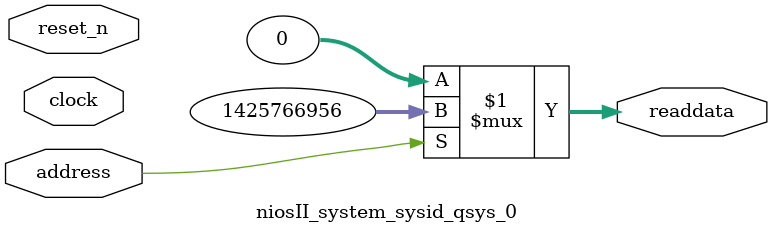
<source format=v>

`timescale 1ns / 1ps
// synthesis translate_on

// turn off superfluous verilog processor warnings 
// altera message_level Level1 
// altera message_off 10034 10035 10036 10037 10230 10240 10030 

module niosII_system_sysid_qsys_0 (
               // inputs:
                address,
                clock,
                reset_n,

               // outputs:
                readdata
             )
;

  output  [ 31: 0] readdata;
  input            address;
  input            clock;
  input            reset_n;

  wire    [ 31: 0] readdata;
  //control_slave, which is an e_avalon_slave
  assign readdata = address ? 1425766956 : 0;

endmodule




</source>
